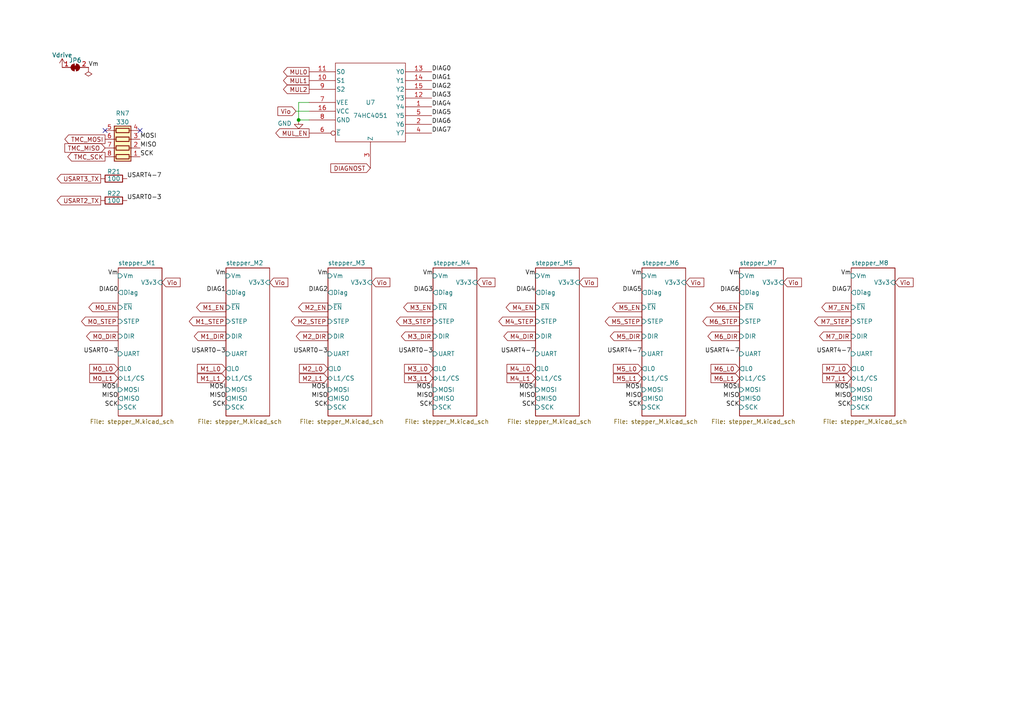
<source format=kicad_sch>
(kicad_sch (version 20211123) (generator eeschema)
  (paper "A4")
  (lib_symbols
    (symbol "Device:R" (pin_numbers hide) (pin_names (offset 0))
      (property "Reference" "R" (at 2.032 0 90))
      (property "Value" "R" (at 0 0 90))
      (symbol "R_0_1"
        (rectangle (start -1.016 -2.54) (end 1.016 2.54) (stroke (width 0.254)))
      )
      (symbol "R_1_1"
        (pin passive line (at 0 3.81 270) (length 1.27) (name "~") (number "1"))
        (pin passive line (at 0 -3.81 90) (length 1.27) (name "~") (number "2"))
      )
    )
    (symbol "Device:R_Pack04" (pin_names (offset 0) hide)
      (property "Reference" "RN" (at -7.62 0 90))
      (property "Value" "R_Pack04" (at 5.08 0 90))
      (symbol "R_Pack04_0_1"
        (rectangle (start -6.35 -2.413) (end 3.81 2.413) (stroke (width 0.254)) (fill (type background)))
        (rectangle (start -5.715 1.905) (end -4.445 -1.905) (stroke (width 0.254)))
        (rectangle (start -3.175 1.905) (end -1.905 -1.905) (stroke (width 0.254)))
        (rectangle (start -0.635 1.905) (end 0.635 -1.905) (stroke (width 0.254)))
        (polyline (pts (xy -5.08 -2.54) (xy -5.08 -1.905)))
        (polyline (pts (xy -5.08 1.905) (xy -5.08 2.54)))
        (polyline (pts (xy -2.54 -2.54) (xy -2.54 -1.905)))
        (polyline (pts (xy -2.54 1.905) (xy -2.54 2.54)))
        (polyline (pts (xy 0 -2.54) (xy 0 -1.905)))
        (polyline (pts (xy 0 1.905) (xy 0 2.54)))
        (polyline (pts (xy 2.54 -2.54) (xy 2.54 -1.905)))
        (polyline (pts (xy 2.54 1.905) (xy 2.54 2.54)))
        (rectangle (start 1.905 1.905) (end 3.175 -1.905) (stroke (width 0.254)))
      )
      (symbol "R_Pack04_1_1"
        (pin passive line (at -5.08 -5.08 90) (length 2.54) (name "R1.1") (number "1"))
        (pin passive line (at -2.54 -5.08 90) (length 2.54) (name "R2.1") (number "2"))
        (pin passive line (at 0 -5.08 90) (length 2.54) (name "R3.1") (number "3"))
        (pin passive line (at 2.54 -5.08 90) (length 2.54) (name "R4.1") (number "4"))
        (pin passive line (at 2.54 5.08 270) (length 2.54) (name "R4.2") (number "5"))
        (pin passive line (at 0 5.08 270) (length 2.54) (name "R3.2") (number "6"))
        (pin passive line (at -2.54 5.08 270) (length 2.54) (name "R2.2") (number "7"))
        (pin passive line (at -5.08 5.08 270) (length 2.54) (name "R1.2") (number "8"))
      )
    )
    (symbol "Jumper:SolderJumper_2_Bridged" (pin_names (offset 0) hide)
      (property "Reference" "JP" (at 0 2.032 0))
      (property "Value" "SolderJumper_2_Bridged" (at 0 -2.54 0))
      (symbol "SolderJumper_2_Bridged_0_1"
        (rectangle (start -0.508 0.508) (end 0.508 -0.508) (fill (type outline)))
        (arc (start -0.254 1.016) (mid -1.27 0) (end -0.254 -1.016))
        (arc (start -0.254 1.016) (mid -1.27 0) (end -0.254 -1.016) (fill (type outline)))
        (polyline (pts (xy -0.254 1.016) (xy -0.254 -1.016)))
        (polyline (pts (xy 0.254 1.016) (xy 0.254 -1.016)))
        (arc (start 0.254 -1.016) (mid 1.27 0) (end 0.254 1.016))
        (arc (start 0.254 -1.016) (mid 1.27 0) (end 0.254 1.016) (fill (type outline)))
      )
      (symbol "SolderJumper_2_Bridged_1_1"
        (pin passive line (at -3.81 0 0) (length 2.54) (name "A") (number "1"))
        (pin passive line (at 3.81 0 180) (length 2.54) (name "B") (number "2"))
      )
    )
    (symbol "power:GND" (power) (pin_names (offset 0))
      (property "Value" "GND" (at 0 -3.81 0))
      (symbol "GND_0_1"
        (polyline (pts (xy 0 0) (xy 0 -1.27) (xy 1.27 -1.27) (xy 0 -2.54) (xy -1.27 -1.27) (xy 0 -1.27)))
      )
      (symbol "GND_1_1"
        (pin power_in line (at 0 0 270) (length 0) hide (name "GND") (number "1"))
      )
    )
    (symbol "power:PWR_FLAG" (power) (pin_numbers hide) (pin_names (offset 0) hide)
      (property "Value" "PWR_FLAG" (at 0 3.81 0))
      (symbol "PWR_FLAG_0_0"
        (pin power_out line (at 0 0 90) (length 0) (name "pwr") (number "1"))
      )
      (symbol "PWR_FLAG_0_1"
        (polyline (pts (xy 0 0) (xy 0 1.27) (xy -1.016 1.905) (xy 0 2.54) (xy 1.016 1.905) (xy 0 1.27)))
      )
    )
    (symbol "power:Vdrive" (power) (pin_names (offset 0))
      (property "Value" "Vdrive" (at 0 3.81 0))
      (symbol "Vdrive_0_1"
        (polyline (pts (xy -0.762 1.27) (xy 0 2.54)))
        (polyline (pts (xy 0 0) (xy 0 2.54)))
        (polyline (pts (xy 0 2.54) (xy 0.762 1.27)))
      )
      (symbol "Vdrive_1_1"
        (pin power_in line (at 0 0 90) (length 0) hide (name "Vdrive") (number "1"))
      )
    )
    (symbol "stm32-rescue:74HC4051" (pin_names (offset 0.254))
      (property "Reference" "U" (at 0 0 0))
      (property "Value" "74HC4051" (at 0 -3.81 0))
      (symbol "74HC4051_0_1"
        (rectangle (start -10.16 11.43) (end 10.16 -11.43))
      )
      (symbol "74HC4051_1_1"
        (pin bidirectional line (at 17.78 -1.27 180) (length 7.62) (name "Y4") (number "1"))
        (pin input line (at -17.78 6.35 0) (length 7.62) (name "S1") (number "10"))
        (pin input line (at -17.78 8.89 0) (length 7.62) (name "S0") (number "11"))
        (pin bidirectional line (at 17.78 1.27 180) (length 7.62) (name "Y3") (number "12"))
        (pin bidirectional line (at 17.78 8.89 180) (length 7.62) (name "Y0") (number "13"))
        (pin bidirectional line (at 17.78 6.35 180) (length 7.62) (name "Y1") (number "14"))
        (pin bidirectional line (at 17.78 3.81 180) (length 7.62) (name "Y2") (number "15"))
        (pin power_in line (at -17.78 -2.54 0) (length 7.62) (name "VCC") (number "16"))
        (pin bidirectional line (at 17.78 -6.35 180) (length 7.62) (name "Y6") (number "2"))
        (pin bidirectional line (at 0 -19.05 90) (length 7.62) (name "Z") (number "3"))
        (pin bidirectional line (at 17.78 -8.89 180) (length 7.62) (name "Y7") (number "4"))
        (pin bidirectional line (at 17.78 -3.81 180) (length 7.62) (name "Y5") (number "5"))
        (pin input inverted (at -17.78 -8.89 0) (length 7.62) (name "~{E}") (number "6"))
        (pin power_in line (at -17.78 0 0) (length 7.62) (name "VEE") (number "7"))
        (pin power_in line (at -17.78 -5.08 0) (length 7.62) (name "GND") (number "8"))
        (pin input line (at -17.78 3.81 0) (length 7.62) (name "S2") (number "9"))
      )
    )
  )
  (junction (at 86.614 34.798))
  (no_connect (at 30.48 37.846))
  (no_connect (at 40.64 37.846))
  (wire (pts (xy 86.614 34.798) (xy 89.662 34.798)))
  (wire (pts (xy 89.662 29.718) (xy 86.614 29.718)))
  (wire (pts (xy 86.614 29.718) (xy 86.614 34.798)))
  (wire (pts (xy 85.852 32.258) (xy 89.662 32.258)))
  (label "DIAG0" (at 125.222 20.828 0))
  (label "DIAG3" (at 125.603 84.836 180))
  (label "Vm" (at 155.321 80.01 180))
  (label "DIAG4" (at 155.321 84.836 180))
  (label "USART4-7" (at 155.321 102.616 180))
  (label "DIAG7" (at 125.222 38.608 0))
  (label "USART0-3" (at 65.532 102.616 180))
  (label "DIAG1" (at 65.532 84.836 180))
  (label "DIAG7" (at 246.888 84.836 180))
  (label "MISO" (at 40.64 42.926 0))
  (label "USART0-3" (at 95.123 102.616 180))
  (label "Vm" (at 34.29 80.01 180))
  (label "MOSI" (at 246.888 113.03 180))
  (label "USART0-3" (at 34.29 102.616 180))
  (label "SCK" (at 65.532 118.11 180))
  (label "SCK" (at 95.123 118.11 180))
  (label "DIAG3" (at 125.222 28.448 0))
  (label "SCK" (at 186.182 118.11 180))
  (label "MISO" (at 186.182 115.57 180))
  (label "DIAG6" (at 125.222 36.068 0))
  (label "MOSI" (at 214.503 113.03 180))
  (label "SCK" (at 125.603 118.11 180))
  (label "MISO" (at 65.532 115.57 180))
  (label "SCK" (at 34.29 118.11 180))
  (label "Vm" (at 246.888 80.01 180))
  (label "Vm" (at 25.654 19.558 0))
  (label "MOSI" (at 186.182 113.03 180))
  (label "MISO" (at 125.603 115.57 180))
  (label "SCK" (at 40.64 45.466 0))
  (label "DIAG5" (at 186.182 84.836 180))
  (label "USART4-7" (at 214.503 102.616 180))
  (label "MOSI" (at 40.64 40.386 0))
  (label "USART4-7" (at 36.83 51.816 0))
  (label "DIAG6" (at 214.503 84.836 180))
  (label "USART4-7" (at 246.888 102.616 180))
  (label "Vm" (at 214.503 80.01 180))
  (label "SCK" (at 155.321 118.11 180))
  (label "DIAG1" (at 125.222 23.368 0))
  (label "DIAG0" (at 34.29 84.836 180))
  (label "DIAG2" (at 95.123 84.836 180))
  (label "Vm" (at 95.123 80.01 180))
  (label "DIAG2" (at 125.222 25.908 0))
  (label "USART4-7" (at 186.182 102.616 180))
  (label "USART0-3" (at 36.83 58.166 0))
  (label "MISO" (at 155.321 115.57 180))
  (label "Vm" (at 65.532 80.01 180))
  (label "MOSI" (at 34.29 113.03 180))
  (label "MOSI" (at 155.321 113.03 180))
  (label "Vm" (at 186.182 80.01 180))
  (label "DIAG5" (at 125.222 33.528 0))
  (label "MOSI" (at 95.123 113.03 180))
  (label "MOSI" (at 125.603 113.03 180))
  (label "MISO" (at 95.123 115.57 180))
  (label "SCK" (at 246.888 118.11 180))
  (label "USART0-3" (at 125.603 102.616 180))
  (label "MISO" (at 214.503 115.57 180))
  (label "MISO" (at 246.888 115.57 180))
  (label "MOSI" (at 65.532 113.03 180))
  (label "DIAG4" (at 125.222 30.988 0))
  (label "SCK" (at 214.503 118.11 180))
  (label "MISO" (at 34.29 115.57 180))
  (label "Vm" (at 125.603 80.01 180))
  (global_label "MUL_EN" (shape output) (at 89.662 38.608 180) (property "Intersheet References" "${INTERSHEET_REFS}" (effects hide)))
  (global_label "M0_EN" (shape output) (at 34.29 89.154 180) (property "Intersheet References" "${INTERSHEET_REFS}" (effects hide)))
  (global_label "M7_L1" (shape input) (at 246.888 109.728 180) (property "Intersheet References" "${INTERSHEET_REFS}" (effects hide)))
  (global_label "M4_STEP" (shape output) (at 155.321 93.218 180) (property "Intersheet References" "${INTERSHEET_REFS}" (effects hide)))
  (global_label "M7_EN" (shape output) (at 246.888 89.154 180) (property "Intersheet References" "${INTERSHEET_REFS}" (effects hide)))
  (global_label "M3_EN" (shape output) (at 125.603 89.154 180) (property "Intersheet References" "${INTERSHEET_REFS}" (effects hide)))
  (global_label "M1_L0" (shape input) (at 65.532 106.934 180) (property "Intersheet References" "${INTERSHEET_REFS}" (effects hide)))
  (global_label "M1_DIR" (shape output) (at 65.532 97.536 180) (property "Intersheet References" "${INTERSHEET_REFS}" (effects hide)))
  (global_label "M5_L1" (shape input) (at 186.182 109.728 180) (property "Intersheet References" "${INTERSHEET_REFS}" (effects hide)))
  (global_label "Vio" (shape input) (at 227.203 81.915 0) (property "Intersheet References" "${INTERSHEET_REFS}" (effects hide)))
  (global_label "Vio" (shape input) (at 85.852 32.258 180) (property "Intersheet References" "${INTERSHEET_REFS}" (effects hide)))
  (global_label "TMC_SCK" (shape output) (at 30.48 45.466 180) (property "Intersheet References" "${INTERSHEET_REFS}" (effects hide)))
  (global_label "M5_L0" (shape input) (at 186.182 106.934 180) (property "Intersheet References" "${INTERSHEET_REFS}" (effects hide)))
  (global_label "M3_DIR" (shape output) (at 125.603 97.536 180) (property "Intersheet References" "${INTERSHEET_REFS}" (effects hide)))
  (global_label "M6_EN" (shape output) (at 214.503 89.154 180) (property "Intersheet References" "${INTERSHEET_REFS}" (effects hide)))
  (global_label "M1_L1" (shape input) (at 65.532 109.728 180) (property "Intersheet References" "${INTERSHEET_REFS}" (effects hide)))
  (global_label "M0_STEP" (shape output) (at 34.29 93.218 180) (property "Intersheet References" "${INTERSHEET_REFS}" (effects hide)))
  (global_label "Vio" (shape input) (at 78.232 81.915 0) (property "Intersheet References" "${INTERSHEET_REFS}" (effects hide)))
  (global_label "MUL0" (shape output) (at 89.662 20.828 180) (property "Intersheet References" "${INTERSHEET_REFS}" (effects hide)))
  (global_label "USART2_TX" (shape output) (at 29.21 58.166 180) (property "Intersheet References" "${INTERSHEET_REFS}" (effects hide)))
  (global_label "Vio" (shape input) (at 107.823 81.915 0) (property "Intersheet References" "${INTERSHEET_REFS}" (effects hide)))
  (global_label "M1_EN" (shape output) (at 65.532 89.154 180) (property "Intersheet References" "${INTERSHEET_REFS}" (effects hide)))
  (global_label "M7_DIR" (shape output) (at 246.888 97.536 180) (property "Intersheet References" "${INTERSHEET_REFS}" (effects hide)))
  (global_label "USART3_TX" (shape output) (at 29.21 51.816 180) (property "Intersheet References" "${INTERSHEET_REFS}" (effects hide)))
  (global_label "DIAGNOST" (shape input) (at 107.442 48.768 180) (property "Intersheet References" "${INTERSHEET_REFS}" (effects hide)))
  (global_label "M0_L0" (shape input) (at 34.29 106.934 180) (property "Intersheet References" "${INTERSHEET_REFS}" (effects hide)))
  (global_label "Vio" (shape input) (at 46.99 81.915 0) (property "Intersheet References" "${INTERSHEET_REFS}" (effects hide)))
  (global_label "M2_EN" (shape output) (at 95.123 89.154 180) (property "Intersheet References" "${INTERSHEET_REFS}" (effects hide)))
  (global_label "Vio" (shape input) (at 198.882 81.915 0) (property "Intersheet References" "${INTERSHEET_REFS}" (effects hide)))
  (global_label "M7_STEP" (shape output) (at 246.888 93.218 180) (property "Intersheet References" "${INTERSHEET_REFS}" (effects hide)))
  (global_label "M5_STEP" (shape output) (at 186.182 93.218 180) (property "Intersheet References" "${INTERSHEET_REFS}" (effects hide)))
  (global_label "M2_STEP" (shape output) (at 95.123 93.218 180) (property "Intersheet References" "${INTERSHEET_REFS}" (effects hide)))
  (global_label "Vio" (shape input) (at 138.303 81.915 0) (property "Intersheet References" "${INTERSHEET_REFS}" (effects hide)))
  (global_label "M3_L0" (shape input) (at 125.603 106.934 180) (property "Intersheet References" "${INTERSHEET_REFS}" (effects hide)))
  (global_label "M0_DIR" (shape output) (at 34.29 97.536 180) (property "Intersheet References" "${INTERSHEET_REFS}" (effects hide)))
  (global_label "M6_L0" (shape input) (at 214.503 106.934 180) (property "Intersheet References" "${INTERSHEET_REFS}" (effects hide)))
  (global_label "M2_L0" (shape input) (at 95.123 106.934 180) (property "Intersheet References" "${INTERSHEET_REFS}" (effects hide)))
  (global_label "Vio" (shape input) (at 168.021 81.915 0) (property "Intersheet References" "${INTERSHEET_REFS}" (effects hide)))
  (global_label "M6_L1" (shape input) (at 214.503 109.728 180) (property "Intersheet References" "${INTERSHEET_REFS}" (effects hide)))
  (global_label "M4_L1" (shape input) (at 155.321 109.728 180) (property "Intersheet References" "${INTERSHEET_REFS}" (effects hide)))
  (global_label "M4_EN" (shape output) (at 155.321 89.154 180) (property "Intersheet References" "${INTERSHEET_REFS}" (effects hide)))
  (global_label "TMC_MISO" (shape input) (at 30.48 42.926 180) (property "Intersheet References" "${INTERSHEET_REFS}" (effects hide)))
  (global_label "M0_L1" (shape input) (at 34.29 109.728 180) (property "Intersheet References" "${INTERSHEET_REFS}" (effects hide)))
  (global_label "MUL2" (shape output) (at 89.662 25.908 180) (property "Intersheet References" "${INTERSHEET_REFS}" (effects hide)))
  (global_label "TMC_MOSI" (shape output) (at 30.48 40.386 180) (property "Intersheet References" "${INTERSHEET_REFS}" (effects hide)))
  (global_label "M4_DIR" (shape output) (at 155.321 97.536 180) (property "Intersheet References" "${INTERSHEET_REFS}" (effects hide)))
  (global_label "MUL1" (shape output) (at 89.662 23.368 180) (property "Intersheet References" "${INTERSHEET_REFS}" (effects hide)))
  (global_label "M5_EN" (shape output) (at 186.182 89.154 180) (property "Intersheet References" "${INTERSHEET_REFS}" (effects hide)))
  (global_label "M3_STEP" (shape output) (at 125.603 93.218 180) (property "Intersheet References" "${INTERSHEET_REFS}" (effects hide)))
  (global_label "M6_STEP" (shape output) (at 214.503 93.218 180) (property "Intersheet References" "${INTERSHEET_REFS}" (effects hide)))
  (global_label "Vio" (shape input) (at 259.588 81.915 0) (property "Intersheet References" "${INTERSHEET_REFS}" (effects hide)))
  (global_label "M1_STEP" (shape output) (at 65.532 93.218 180) (property "Intersheet References" "${INTERSHEET_REFS}" (effects hide)))
  (global_label "M4_L0" (shape input) (at 155.321 106.934 180) (property "Intersheet References" "${INTERSHEET_REFS}" (effects hide)))
  (global_label "M5_DIR" (shape output) (at 186.182 97.536 180) (property "Intersheet References" "${INTERSHEET_REFS}" (effects hide)))
  (global_label "M2_DIR" (shape output) (at 95.123 97.536 180) (property "Intersheet References" "${INTERSHEET_REFS}" (effects hide)))
  (global_label "M6_DIR" (shape output) (at 214.503 97.536 180) (property "Intersheet References" "${INTERSHEET_REFS}" (effects hide)))
  (global_label "M3_L1" (shape input) (at 125.603 109.728 180) (property "Intersheet References" "${INTERSHEET_REFS}" (effects hide)))
  (global_label "M2_L1" (shape input) (at 95.123 109.728 180) (property "Intersheet References" "${INTERSHEET_REFS}" (effects hide)))
  (global_label "M7_L0" (shape input) (at 246.888 106.934 180) (property "Intersheet References" "${INTERSHEET_REFS}" (effects hide)))
  (symbol (lib_id "Jumper:SolderJumper_2_Bridged") (at 21.844 19.558 0) (unit 1)
    (property "Reference" "JP6" (at 21.844 17.5062 0))
    (property "Value" "Vdrive" (effects hide))
    (property "Footprint" "Jumper:SolderJumper-2_P1.3mm_Open_TrianglePad1.0x1.5mm" (effects hide))
  )
  (symbol (lib_id "Device:R") (at 33.02 58.166 90) (unit 1)
    (property "Reference" "R22" (at 33.02 56.134 90))
    (property "Value" "100" (at 33.02 58.166 90))
    (property "Footprint" "Resistor_SMD:R_0603_1608Metric_Pad0.98x0.95mm_HandSolder" (effects hide))
  )
  (symbol (lib_id "power:GND") (at 86.614 34.798 0) (unit 1)
    (property "Reference" "#PWR038" (effects hide))
    (property "Value" "GND" (at 82.55 35.814 0))
  )
  (symbol (lib_id "power:Vdrive") (at 18.034 19.558 0) (unit 1)
    (property "Reference" "#PWR018" (effects hide))
    (property "Value" "Vdrive" (at 18.034 15.9822 0))
  )
  (symbol (lib_id "power:PWR_FLAG") (at 25.654 19.558 180) (unit 1)
    (property "Reference" "#FLG0104" (effects hide))
    (property "Value" "PWR_FLAG" (effects hide))
  )
  (symbol (lib_id "stm32-rescue:74HC4051") (at 107.442 29.718 0) (unit 1)
    (property "Reference" "U7" (at 107.442 29.718 0))
    (property "Value" "74HC4051" (at 107.442 33.528 0))
    (property "Footprint" "Package_SO:SOIC-16_3.9x9.9mm_P1.27mm" (effects hide))
  )
  (symbol (lib_id "Device:R") (at 33.02 51.816 90) (unit 1)
    (property "Reference" "R21" (at 33.02 49.784 90))
    (property "Value" "100" (at 33.02 51.816 90))
    (property "Footprint" "Resistor_SMD:R_0603_1608Metric_Pad0.98x0.95mm_HandSolder" (effects hide))
  )
  (symbol (lib_id "Device:R_Pack04") (at 35.56 40.386 90) (unit 1)
    (property "Reference" "RN7" (at 35.56 32.8762 90))
    (property "Value" "330" (at 35.56 35.4131 90))
    (property "Footprint" "Resistor_SMD:R_Array_Convex_4x0603" (effects hide))
  )
  (sheet (at 186.182 77.724) (size 12.7 42.926) (stroke (width 0.1524))
    (property "Sheet name" "stepper_M6" (at 186.182 77.0124 0) (effects (justify left bottom)))
    (property "Sheet file" "stepper_M.kicad_sch" (at 177.927 121.539 0) (effects (justify left top)))
    (pin "Vm" input (at 186.182 80.01 180))
    (pin "Diag" output (at 186.182 84.836 180))
    (pin "~{EN}" input (at 186.182 89.154 180))
    (pin "STEP" input (at 186.182 93.218 180))
    (pin "DIR" input (at 186.182 97.536 180))
    (pin "MOSI" input (at 186.182 113.03 180))
    (pin "MISO" output (at 186.182 115.57 180))
    (pin "SCK" input (at 186.182 118.11 180))
    (pin "L1{slash}CS" bidirectional (at 186.182 109.728 180))
    (pin "UART" input (at 186.182 102.616 180))
    (pin "L0" output (at 186.182 106.934 180))
    (pin "V3v3" input (at 198.882 81.915 0))
  )
  (sheet (at 34.29 77.724) (size 12.7 42.926) (stroke (width 0.1524))
    (property "Sheet name" "stepper_M1" (at 34.29 77.0124 0) (effects (justify left bottom)))
    (property "Sheet file" "stepper_M.kicad_sch" (at 26.035 121.539 0) (effects (justify left top)))
    (pin "Vm" input (at 34.29 80.01 180))
    (pin "Diag" output (at 34.29 84.836 180))
    (pin "~{EN}" input (at 34.29 89.154 180))
    (pin "STEP" input (at 34.29 93.218 180))
    (pin "DIR" input (at 34.29 97.536 180))
    (pin "MOSI" input (at 34.29 113.03 180))
    (pin "MISO" output (at 34.29 115.57 180))
    (pin "SCK" input (at 34.29 118.11 180))
    (pin "L1{slash}CS" bidirectional (at 34.29 109.728 180))
    (pin "UART" input (at 34.29 102.616 180))
    (pin "L0" output (at 34.29 106.934 180))
    (pin "V3v3" input (at 46.99 81.915 0))
  )
  (sheet (at 246.888 77.724) (size 12.7 42.926) (stroke (width 0.1524))
    (property "Sheet name" "stepper_M8" (at 246.888 77.0124 0) (effects (justify left bottom)))
    (property "Sheet file" "stepper_M.kicad_sch" (at 238.633 121.539 0) (effects (justify left top)))
    (pin "Vm" input (at 246.888 80.01 180))
    (pin "Diag" output (at 246.888 84.836 180))
    (pin "~{EN}" input (at 246.888 89.154 180))
    (pin "STEP" input (at 246.888 93.218 180))
    (pin "DIR" input (at 246.888 97.536 180))
    (pin "MOSI" input (at 246.888 113.03 180))
    (pin "MISO" output (at 246.888 115.57 180))
    (pin "SCK" input (at 246.888 118.11 180))
    (pin "L1{slash}CS" bidirectional (at 246.888 109.728 180))
    (pin "UART" input (at 246.888 102.616 180))
    (pin "L0" output (at 246.888 106.934 180))
    (pin "V3v3" input (at 259.588 81.915 0))
  )
  (sheet (at 214.503 77.724) (size 12.7 42.926) (stroke (width 0.1524))
    (property "Sheet name" "stepper_M7" (at 214.503 77.0124 0) (effects (justify left bottom)))
    (property "Sheet file" "stepper_M.kicad_sch" (at 206.248 121.539 0) (effects (justify left top)))
    (pin "Vm" input (at 214.503 80.01 180))
    (pin "Diag" output (at 214.503 84.836 180))
    (pin "~{EN}" input (at 214.503 89.154 180))
    (pin "STEP" input (at 214.503 93.218 180))
    (pin "DIR" input (at 214.503 97.536 180))
    (pin "MOSI" input (at 214.503 113.03 180))
    (pin "MISO" output (at 214.503 115.57 180))
    (pin "SCK" input (at 214.503 118.11 180))
    (pin "L1{slash}CS" bidirectional (at 214.503 109.728 180))
    (pin "UART" input (at 214.503 102.616 180))
    (pin "L0" output (at 214.503 106.934 180))
    (pin "V3v3" input (at 227.203 81.915 0))
  )
  (sheet (at 125.603 77.724) (size 12.7 42.926) (stroke (width 0.1524))
    (property "Sheet name" "stepper_M4" (at 125.603 77.0124 0) (effects (justify left bottom)))
    (property "Sheet file" "stepper_M.kicad_sch" (at 117.348 121.539 0) (effects (justify left top)))
    (pin "Vm" input (at 125.603 80.01 180))
    (pin "Diag" output (at 125.603 84.836 180))
    (pin "~{EN}" input (at 125.603 89.154 180))
    (pin "STEP" input (at 125.603 93.218 180))
    (pin "DIR" input (at 125.603 97.536 180))
    (pin "MOSI" input (at 125.603 113.03 180))
    (pin "MISO" output (at 125.603 115.57 180))
    (pin "SCK" input (at 125.603 118.11 180))
    (pin "L1{slash}CS" bidirectional (at 125.603 109.728 180))
    (pin "UART" input (at 125.603 102.616 180))
    (pin "L0" output (at 125.603 106.934 180))
    (pin "V3v3" input (at 138.303 81.915 0))
  )
  (sheet (at 65.532 77.724) (size 12.7 42.926) (stroke (width 0.1524))
    (property "Sheet name" "stepper_M2" (at 65.532 77.0124 0) (effects (justify left bottom)))
    (property "Sheet file" "stepper_M.kicad_sch" (at 57.277 121.539 0) (effects (justify left top)))
    (pin "Vm" input (at 65.532 80.01 180))
    (pin "Diag" output (at 65.532 84.836 180))
    (pin "~{EN}" input (at 65.532 89.154 180))
    (pin "STEP" input (at 65.532 93.218 180))
    (pin "DIR" input (at 65.532 97.536 180))
    (pin "MOSI" input (at 65.532 113.03 180))
    (pin "MISO" output (at 65.532 115.57 180))
    (pin "SCK" input (at 65.532 118.11 180))
    (pin "L1{slash}CS" bidirectional (at 65.532 109.728 180))
    (pin "UART" input (at 65.532 102.616 180))
    (pin "L0" output (at 65.532 106.934 180))
    (pin "V3v3" input (at 78.232 81.915 0))
  )
  (sheet (at 95.123 77.724) (size 12.7 42.926) (stroke (width 0.1524))
    (property "Sheet name" "stepper_M3" (at 95.123 77.0124 0) (effects (justify left bottom)))
    (property "Sheet file" "stepper_M.kicad_sch" (at 86.868 121.539 0) (effects (justify left top)))
    (pin "Vm" input (at 95.123 80.01 180))
    (pin "Diag" output (at 95.123 84.836 180))
    (pin "~{EN}" input (at 95.123 89.154 180))
    (pin "STEP" input (at 95.123 93.218 180))
    (pin "DIR" input (at 95.123 97.536 180))
    (pin "MOSI" input (at 95.123 113.03 180))
    (pin "MISO" output (at 95.123 115.57 180))
    (pin "SCK" input (at 95.123 118.11 180))
    (pin "L1{slash}CS" bidirectional (at 95.123 109.728 180))
    (pin "UART" input (at 95.123 102.616 180))
    (pin "L0" output (at 95.123 106.934 180))
    (pin "V3v3" input (at 107.823 81.915 0))
  )
  (sheet (at 155.321 77.724) (size 12.7 42.926) (stroke (width 0.1524))
    (property "Sheet name" "stepper_M5" (at 155.321 77.0124 0) (effects (justify left bottom)))
    (property "Sheet file" "stepper_M.kicad_sch" (at 147.066 121.539 0) (effects (justify left top)))
    (pin "Vm" input (at 155.321 80.01 180))
    (pin "Diag" output (at 155.321 84.836 180))
    (pin "~{EN}" input (at 155.321 89.154 180))
    (pin "STEP" input (at 155.321 93.218 180))
    (pin "DIR" input (at 155.321 97.536 180))
    (pin "MOSI" input (at 155.321 113.03 180))
    (pin "MISO" output (at 155.321 115.57 180))
    (pin "SCK" input (at 155.321 118.11 180))
    (pin "L1{slash}CS" bidirectional (at 155.321 109.728 180))
    (pin "UART" input (at 155.321 102.616 180))
    (pin "L0" output (at 155.321 106.934 180))
    (pin "V3v3" input (at 168.021 81.915 0))
  )
)
</source>
